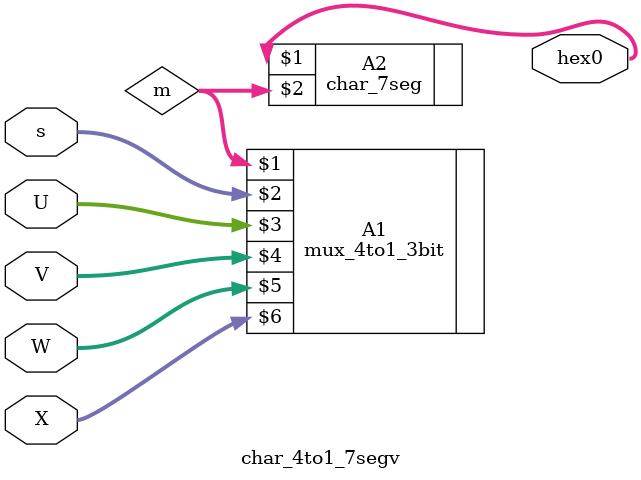
<source format=v>
module char_4to1_7segv (hex0,s,U,V,W,X);
input [2:0] U,V,W,X;
input [1:0] s;
output [6:0] hex0;
wire [2:0] m;
mux_4to1_3bit A1 (m,s,U,V,W,X);
char_7seg A2 (hex0,m);
endmodule
</source>
